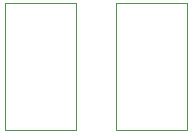
<source format=gbr>
G04*
G04 #@! TF.GenerationSoftware,Altium Limited,Altium Designer,24.8.2 (39)*
G04*
G04 Layer_Color=32768*
%FSLAX25Y25*%
%MOIN*%
G70*
G04*
G04 #@! TF.SameCoordinates,0347263F-4986-443A-A638-574EEFBA0464*
G04*
G04*
G04 #@! TF.FilePolarity,Positive*
G04*
G01*
G75*
%ADD24C,0.00197*%
D24*
X136098Y111240D02*
Y153760D01*
X112476D02*
X136098D01*
X112476Y111240D02*
Y153760D01*
Y111240D02*
X136098D01*
X149476D02*
X173098D01*
X149476D02*
Y153760D01*
X173098D01*
Y111240D02*
Y153760D01*
M02*

</source>
